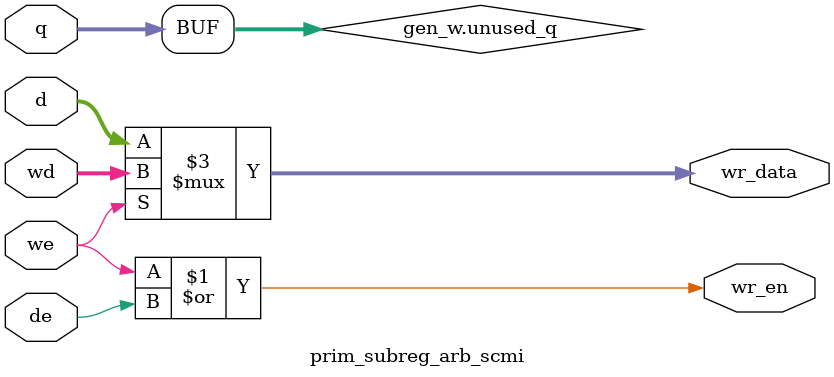
<source format=sv>

module prim_subreg_arb_scmi #(
  parameter int DW       = 32  ,
  parameter     SWACCESS = "RW"  // {RW, RO, WO, W1C, W1S, W0C, RC}
) (
  // From SW: valid for RW, WO, W1C, W1S, W0C, RC.
  // In case of RC, top connects read pulse to we.
  input          we,
  input [DW-1:0] wd,

  // From HW: valid for HRW, HWO.
  input          de,
  input [DW-1:0] d,

  // From register: actual reg value.
  input [DW-1:0] q,

  // To register: actual write enable and write data.
  output logic          wr_en,
  output logic [DW-1:0] wr_data
);

  if ((SWACCESS == "RW") || (SWACCESS == "WO")) begin : gen_w
    assign wr_en   = we | de;
    assign wr_data = (we == 1'b1) ? wd : d; // SW higher priority
    // Unused q - Prevent lint errors.
    logic [DW-1:0] unused_q;
    assign unused_q = q;
  end else if (SWACCESS == "RO") begin : gen_ro
    assign wr_en   = de;
    assign wr_data = d;
    // Unused we, wd, q - Prevent lint errors.
    logic          unused_we;
    logic [DW-1:0] unused_wd;
    logic [DW-1:0] unused_q;
    assign unused_we = we;
    assign unused_wd = wd;
    assign unused_q  = q;
  end else if (SWACCESS == "W1S") begin : gen_w1s
    // If SWACCESS is W1S, then assume hw tries to clear.
    // So, give a chance HW to clear when SW tries to set.
    // If both try to set/clr at the same bit pos, SW wins.
    assign wr_en   = we | de;
    assign wr_data = (de ? d : q) | (we ? wd : '0);
  end else if (SWACCESS == "W1C") begin : gen_w1c
    // If SWACCESS is W1C, then assume hw tries to set.
    // So, give a chance HW to set when SW tries to clear.
    // If both try to set/clr at the same bit pos, SW wins.
    assign wr_en   = we | de;
    assign wr_data = (de ? d : q) & (we ? ~wd : '1);
  end else if (SWACCESS == "W0C") begin : gen_w0c
    assign wr_en   = we | de;
    assign wr_data = (de ? d : q) & (we ? wd : '1);
  end else if (SWACCESS == "RC") begin : gen_rc
    // This swtype is not recommended but exists for compatibility.
    // WARN: we signal is actually read signal not write enable.
    assign wr_en  = we | de;
    assign wr_data = (de ? d : q) & (we ? '0 : '1);
    // Unused wd - Prevent lint errors.
    logic [DW-1:0] unused_wd;
    assign unused_wd = wd;
  end else begin : gen_hw
    assign wr_en   = de;
    assign wr_data = d;
    // Unused we, wd, q - Prevent lint errors.
    logic          unused_we;
    logic [DW-1:0] unused_wd;
    logic [DW-1:0] unused_q;
    assign unused_we = we;
    assign unused_wd = wd;
    assign unused_q  = q;
  end

endmodule

</source>
